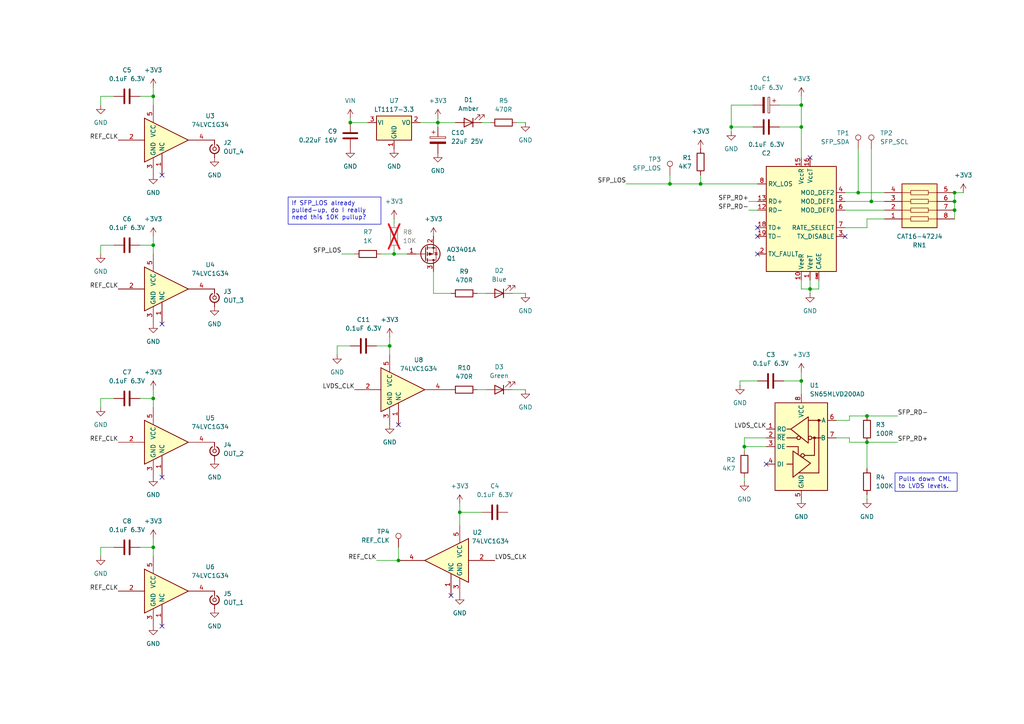
<source format=kicad_sch>
(kicad_sch (version 20250114) (generator "eeschema") (generator_version "9.0")
  (paper "A4")
  (title_block (title "Distribution Amplifier – Project Caroline") (date "2025-04-24") (rev "A") (company "B4CKSP4CE") (comment 1 "CERN-OHL-S") (comment 2 "@heyflo"))
  (lib_symbols
    (symbol "74xGxx:74LVC1G34"
      (property "Reference" "U" (at 0 7.62 0))
      (property "Value" "74LVC1G34" (at 5.08 -7.62 0))
      (symbol "74LVC1G34_0_1"
        (polyline (pts (xy -7.62 6.35) (xy -7.62 -6.35) (xy 5.08 0) (xy -7.62 6.35)) (stroke (width 0.254)) (fill (type background)))
      )
      (symbol "74LVC1G34_1_1"
        (pin input line (at -15.24 0 0) (length 7.62) (name "~") (number "2"))
        (pin power_in line (at -5.08 10.16 270) (length 5.08) (name "VCC") (number "5"))
        (pin power_in line (at -5.08 -10.16 90) (length 5.08) (name "GND") (number "3"))
        (pin free line (at -2.54 -10.16 90) (length 6.35) (name "NC") (number "1"))
        (pin output line (at 12.7 0 180) (length 7.62) (name "~") (number "4"))
      )
    )
    (symbol "BKSP:R_Network_CAT16-472J4" (pin_names (hide yes))
      (property "Reference" "RN" (at 16.51 7.62 0))
      (property "Value" "CAT16-472J4" (at 16.51 5.08 0))
      (symbol "R_Network_CAT16-472J4_0_1"
        (polyline (pts (xy 5.08 0) (xy 7.62 0)))
        (polyline (pts (xy 5.08 -2.54) (xy 7.62 -2.54)))
        (polyline (pts (xy 5.08 -5.08) (xy 7.62 -5.08)))
        (polyline (pts (xy 5.08 -7.62) (xy 7.62 -7.62)))
        (rectangle (start 7.62 0.635) (end 12.7 -0.635))
        (rectangle (start 7.62 -1.905) (end 12.7 -3.175))
        (rectangle (start 7.62 -4.445) (end 12.7 -5.715))
        (rectangle (start 7.62 -6.985) (end 12.7 -8.255))
        (polyline (pts (xy 12.7 0) (xy 15.24 0)))
        (polyline (pts (xy 12.7 -2.54) (xy 15.24 -2.54)))
        (polyline (pts (xy 12.7 -5.08) (xy 15.24 -5.08)))
        (polyline (pts (xy 12.7 -7.62) (xy 15.24 -7.62)))
      )
      (symbol "R_Network_CAT16-472J4_1_1"
        (rectangle (start 5.08 2.54) (end 15.24 -10.16) (stroke (width 0.254)) (fill (type background)))
        (pin passive line (at 0 0 0) (length 5.08) (name "1") (number "1"))
        (pin passive line (at 0 -2.54 0) (length 5.08) (name "2") (number "2"))
        (pin passive line (at 0 -5.08 0) (length 5.08) (name "3") (number "3"))
        (pin passive line (at 0 -7.62 0) (length 5.08) (name "4") (number "4"))
        (pin passive line (at 20.32 0 180) (length 5.08) (name "8") (number "8"))
        (pin passive line (at 20.32 -2.54 180) (length 5.08) (name "7") (number "7"))
        (pin passive line (at 20.32 -5.08 180) (length 5.08) (name "6") (number "6"))
        (pin passive line (at 20.32 -7.62 180) (length 5.08) (name "5") (number "5"))
      )
    )
    (symbol "BKSP:SN65MLVD200AD"
      (property "Reference" "U" (at -7.62 13.97 0))
      (property "Value" "SN65MLVD200AD" (at 1.905 13.97 0))
      (symbol "SN65MLVD200AD_0_1"
        (rectangle (start -7.62 12.7) (end 7.62 -12.7) (stroke (width 0.254)) (fill (type background)))
        (polyline (pts (xy -4.191 2.54) (xy -1.27 2.54)) (stroke (width 0.254)))
        (polyline (pts (xy -4.191 0) (xy -0.889 0) (xy -0.889 -2.286)) (stroke (width 0.254)))
        (polyline (pts (xy -3.175 5.08) (xy -4.191 5.08) (xy -4.064 5.08)) (stroke (width 0.254)))
        (polyline (pts (xy -2.54 -5.08) (xy -4.191 -5.08)) (stroke (width 0.254)))
        (polyline (pts (xy -2.413 -5.08) (xy -2.413 -1.27) (xy 2.667 -4.826) (xy -2.413 -8.89) (xy -2.413 -5.08)) (stroke (width 0.254)))
        (polyline (pts (xy -0.635 -7.62) (xy 5.08 -7.62)) (stroke (width 0.254)))
        (circle (center 0.381 -2.54) (radius 0.508) (stroke (width 0.254)))
        (polyline (pts (xy 0.889 -2.54) (xy 3.81 -2.54)) (stroke (width 0.254)))
        (polyline (pts (xy 2.032 7.62) (xy 5.715 7.62)) (stroke (width 0.254)))
        (polyline (pts (xy 3.048 2.54) (xy 5.715 2.54)) (stroke (width 0.254)))
        (circle (center 3.81 2.54) (radius 0.2794) (stroke (width 0.254)) (fill (type outline)))
        (polyline (pts (xy 3.81 -2.54) (xy 3.81 2.54)) (stroke (width 0.254)))
        (polyline (pts (xy 5.08 -7.62) (xy 5.08 7.62)) (stroke (width 0.254)))
      )
      (symbol "SN65MLVD200AD_1_1"
        (circle (center -0.762 2.54) (radius 0.508) (stroke (width 0.254)))
        (polyline (pts (xy 2.032 4.826) (xy 2.032 8.636) (xy -3.048 5.08) (xy 2.032 1.016) (xy 2.032 4.826)) (stroke (width 0.254)))
        (circle (center 2.54 2.54) (radius 0.508) (stroke (width 0.254)))
        (circle (center 5.08 7.62) (radius 0.2794) (stroke (width 0.254)) (fill (type outline)))
        (pin output line (at -10.16 5.08 0) (length 2.54) (name "RO") (number "1"))
        (pin input line (at -10.16 2.54 0) (length 2.54) (name "~{RE}") (number "2"))
        (pin input line (at -10.16 0 0) (length 2.54) (name "DE") (number "3"))
        (pin input line (at -10.16 -5.08 0) (length 2.54) (name "DI") (number "4"))
        (pin power_in line (at 0 15.24 270) (length 2.54) (name "VCC") (number "8"))
        (pin power_in line (at 0 -15.24 90) (length 2.54) (name "GND") (number "5"))
        (pin bidirectional line (at 10.16 7.62 180) (length 2.54) (name "A") (number "6"))
        (pin bidirectional line (at 10.16 2.54 180) (length 2.54) (name "B") (number "7"))
      )
    )
    (symbol "Connector:Conn_Coaxial_Small" (pin_numbers (hide yes)) (pin_names (offset 1.016) (hide yes))
      (property "Reference" "J" (at 0.254 3.048 0))
      (property "Value" "Conn_Coaxial_Small" (at 0 -3.81 0))
      (symbol "Conn_Coaxial_Small_0_1"
        (polyline (pts (xy -2.54 0) (xy -0.508 0)))
        (circle (center 0 0) (radius 0.508) (stroke (width 0.2032)))
      )
      (symbol "Conn_Coaxial_Small_1_1"
        (arc (start 1.3484 0.0039) (mid 0.327 -1.308) (end -1.1916 -0.6311) (stroke (width 0.3048)))
        (arc (start -1.1916 0.6311) (mid 0.327 1.3081) (end 1.3484 -0.0039) (stroke (width 0.3048)))
        (pin passive line (at -2.54 0 0) (length 1.27) (name "In") (number "1"))
        (pin passive line (at 2.54 0 180) (length 1.27) (name "Ext") (number "2"))
      )
    )
    (symbol "Connector:TestPoint" (pin_numbers (hide yes)) (pin_names (offset 0.762) (hide yes))
      (property "Reference" "TP" (at 0 6.858 0))
      (property "Value" "TestPoint" (at 0 5.08 0))
      (symbol "TestPoint_0_1"
        (circle (center 0 3.302) (radius 0.762))
      )
      (symbol "TestPoint_1_1"
        (pin passive line (at 0 0 90) (length 2.54) (name "1") (number "1"))
      )
    )
    (symbol "Device:C" (pin_numbers (hide yes)) (pin_names (offset 0.254))
      (property "Reference" "C" (at 0.635 2.54 0))
      (property "Value" "C" (at 0.635 -2.54 0))
      (symbol "C_0_1"
        (polyline (pts (xy -2.032 0.762) (xy 2.032 0.762)) (stroke (width 0.508)))
        (polyline (pts (xy -2.032 -0.762) (xy 2.032 -0.762)) (stroke (width 0.508)))
      )
      (symbol "C_1_1"
        (pin passive line (at 0 3.81 270) (length 2.794) (name "~") (number "1"))
        (pin passive line (at 0 -3.81 90) (length 2.794) (name "~") (number "2"))
      )
    )
    (symbol "Device:C_Polarized" (pin_numbers (hide yes)) (pin_names (offset 0.254))
      (property "Reference" "C" (at 0.635 2.54 0))
      (property "Value" "C_Polarized" (at 0.635 -2.54 0))
      (symbol "C_Polarized_0_1"
        (rectangle (start -2.286 0.508) (end 2.286 1.016))
        (polyline (pts (xy -1.778 2.286) (xy -0.762 2.286)))
        (polyline (pts (xy -1.27 2.794) (xy -1.27 1.778)))
        (rectangle (start 2.286 -0.508) (end -2.286 -1.016) (fill (type outline)))
      )
      (symbol "C_Polarized_1_1"
        (pin passive line (at 0 3.81 270) (length 2.794) (name "~") (number "1"))
        (pin passive line (at 0 -3.81 90) (length 2.794) (name "~") (number "2"))
      )
    )
    (symbol "Device:LED" (pin_numbers (hide yes)) (pin_names (offset 1.016) (hide yes))
      (property "Reference" "D" (at 0 2.54 0))
      (property "Value" "LED" (at 0 -2.54 0))
      (symbol "LED_0_1"
        (polyline (pts (xy -3.048 -0.762) (xy -4.572 -2.286) (xy -3.81 -2.286) (xy -4.572 -2.286) (xy -4.572 -1.524)))
        (polyline (pts (xy -1.778 -0.762) (xy -3.302 -2.286) (xy -2.54 -2.286) (xy -3.302 -2.286) (xy -3.302 -1.524)))
        (polyline (pts (xy -1.27 0) (xy 1.27 0)))
        (polyline (pts (xy -1.27 -1.27) (xy -1.27 1.27)) (stroke (width 0.254)))
        (polyline (pts (xy 1.27 -1.27) (xy 1.27 1.27) (xy -1.27 0) (xy 1.27 -1.27)) (stroke (width 0.254)))
      )
      (symbol "LED_1_1"
        (pin passive line (at -3.81 0 0) (length 2.54) (name "K") (number "1"))
        (pin passive line (at 3.81 0 180) (length 2.54) (name "A") (number "2"))
      )
    )
    (symbol "Device:R" (pin_numbers (hide yes)) (pin_names (offset 0))
      (property "Reference" "R" (at 2.032 0 90))
      (property "Value" "R" (at 0 0 90))
      (symbol "R_0_1"
        (rectangle (start -1.016 -2.54) (end 1.016 2.54) (stroke (width 0.254)))
      )
      (symbol "R_1_1"
        (pin passive line (at 0 3.81 270) (length 1.27) (name "~") (number "1"))
        (pin passive line (at 0 -3.81 90) (length 1.27) (name "~") (number "2"))
      )
    )
    (symbol "Interface_Optical:SFP"
      (property "Reference" "J" (at -8.89 16.51 0))
      (property "Value" "SFP" (at 11.43 16.51 0))
      (symbol "SFP_0_0"
        (rectangle (start -10.16 15.24) (end 10.16 -15.24) (stroke (width 0.254)) (fill (type background)))
      )
      (symbol "SFP_1_1"
        (pin bidirectional line (at -12.7 7.62 0) (length 2.54) (name "MOD_DEF2") (number "4"))
        (pin input line (at -12.7 5.08 0) (length 2.54) (name "MOD_DEF1") (number "5"))
        (pin passive line (at -12.7 2.54 0) (length 2.54) (name "MOD_DEF0") (number "6"))
        (pin input line (at -12.7 -2.54 0) (length 2.54) (name "RATE_SELECT") (number "7"))
        (pin input line (at -12.7 -5.08 0) (length 2.54) (name "TX_DISABLE") (number "3"))
        (pin passive line (at -5.08 -17.78 90) (length 2.54) (name "CAGE") (number "CAGE"))
        (pin power_in line (at -2.54 17.78 270) (length 2.54) (name "VccT") (number "16"))
        (pin power_in line (at -2.54 -17.78 90) (length 2.54) (name "VeeT") (number "1"))
        (pin passive line (at -2.54 -17.78 90) (length 2.54) (hide yes) (name "VeeT") (number "17"))
        (pin passive line (at -2.54 -17.78 90) (length 2.54) (hide yes) (name "VeeT") (number "20"))
        (pin power_in line (at 0 17.78 270) (length 2.54) (name "VccR") (number "15"))
        (pin power_in line (at 0 -17.78 90) (length 2.54) (name "VeeR") (number "10"))
        (pin passive line (at 0 -17.78 90) (length 2.54) (hide yes) (name "VeeR") (number "11"))
        (pin passive line (at 0 -17.78 90) (length 2.54) (hide yes) (name "VeeR") (number "14"))
        (pin passive line (at 0 -17.78 90) (length 2.54) (hide yes) (name "VeeR") (number "9"))
        (pin open_collector line (at 12.7 10.16 180) (length 2.54) (name "RX_LOS") (number "8"))
        (pin output line (at 12.7 5.08 180) (length 2.54) (name "RD+") (number "13"))
        (pin output line (at 12.7 2.54 180) (length 2.54) (name "RD-") (number "12"))
        (pin input line (at 12.7 -2.54 180) (length 2.54) (name "TD+") (number "18"))
        (pin input line (at 12.7 -5.08 180) (length 2.54) (name "TD-") (number "19"))
        (pin open_collector line (at 12.7 -10.16 180) (length 2.54) (name "TX_FAULT") (number "2"))
      )
    )
    (symbol "Regulator_Linear:LT1117-3.3" (pin_names (offset 0.254))
      (property "Reference" "U" (at -3.81 3.175 0))
      (property "Value" "LT1117-3.3" (at 0 3.175 0))
      (symbol "LT1117-3.3_0_1"
        (rectangle (start -5.08 -5.08) (end 5.08 1.905) (stroke (width 0.254)) (fill (type background)))
      )
      (symbol "LT1117-3.3_1_1"
        (pin power_in line (at -7.62 0 0) (length 2.54) (name "VI") (number "3"))
        (pin power_in line (at 0 -7.62 90) (length 2.54) (name "GND") (number "1"))
        (pin power_out line (at 7.62 0 180) (length 2.54) (name "VO") (number "2"))
      )
    )
    (symbol "Transistor_FET:AO3401A" (pin_names (hide yes))
      (property "Reference" "Q" (at 5.08 1.905 0))
      (property "Value" "AO3401A" (at 5.08 0 0))
      (symbol "AO3401A_0_1"
        (polyline (pts (xy 0.254 1.905) (xy 0.254 -1.905)) (stroke (width 0.254)))
        (polyline (pts (xy 0.254 0) (xy -2.54 0)))
        (polyline (pts (xy 0.762 2.286) (xy 0.762 1.27)) (stroke (width 0.254)))
        (polyline (pts (xy 0.762 1.778) (xy 3.302 1.778) (xy 3.302 -1.778) (xy 0.762 -1.778)))
        (polyline (pts (xy 0.762 0.508) (xy 0.762 -0.508)) (stroke (width 0.254)))
        (polyline (pts (xy 0.762 -1.27) (xy 0.762 -2.286)) (stroke (width 0.254)))
        (circle (center 1.651 0) (radius 2.794) (stroke (width 0.254)))
        (polyline (pts (xy 2.286 0) (xy 1.27 0.381) (xy 1.27 -0.381) (xy 2.286 0)) (fill (type outline)))
        (polyline (pts (xy 2.54 2.54) (xy 2.54 1.778)))
        (circle (center 2.54 1.778) (radius 0.254) (fill (type outline)))
        (circle (center 2.54 -1.778) (radius 0.254) (fill (type outline)))
        (polyline (pts (xy 2.54 -2.54) (xy 2.54 0) (xy 0.762 0)))
        (polyline (pts (xy 2.794 -0.508) (xy 2.921 -0.381) (xy 3.683 -0.381) (xy 3.81 -0.254)))
        (polyline (pts (xy 3.302 -0.381) (xy 2.921 0.254) (xy 3.683 0.254) (xy 3.302 -0.381)))
      )
      (symbol "AO3401A_1_1"
        (pin input line (at -5.08 0 0) (length 2.54) (name "G") (number "1"))
        (pin passive line (at 2.54 5.08 270) (length 2.54) (name "D") (number "3"))
        (pin passive line (at 2.54 -5.08 90) (length 2.54) (name "S") (number "2"))
      )
    )
    (symbol "power:+3.3V" (power) (pin_numbers (hide yes)) (pin_names (offset 0) (hide yes))
      (property "Value" "+3.3V" (at 0 3.556 0))
      (symbol "+3.3V_0_1"
        (polyline (pts (xy -0.762 1.27) (xy 0 2.54)))
        (polyline (pts (xy 0 2.54) (xy 0.762 1.27)))
        (polyline (pts (xy 0 0) (xy 0 2.54)))
      )
      (symbol "+3.3V_1_1"
        (pin power_in line (at 0 0 90) (length 0) (name "~") (number "1"))
      )
    )
    (symbol "power:+3V3" (power) (pin_numbers (hide yes)) (pin_names (offset 0) (hide yes))
      (property "Value" "+3V3" (at 0 3.556 0))
      (symbol "+3V3_0_1"
        (polyline (pts (xy -0.762 1.27) (xy 0 2.54)))
        (polyline (pts (xy 0 2.54) (xy 0.762 1.27)))
        (polyline (pts (xy 0 0) (xy 0 2.54)))
      )
      (symbol "+3V3_1_1"
        (pin power_in line (at 0 0 90) (length 0) (name "~") (number "1"))
      )
    )
    (symbol "power:GND" (power) (pin_numbers (hide yes)) (pin_names (offset 0) (hide yes))
      (property "Value" "GND" (at 0 -3.81 0))
      (symbol "GND_0_1"
        (polyline (pts (xy 0 0) (xy 0 -1.27) (xy 1.27 -1.27) (xy 0 -2.54) (xy -1.27 -1.27) (xy 0 -1.27)))
      )
      (symbol "GND_1_1"
        (pin power_in line (at 0 0 270) (length 0) (name "~") (number "1"))
      )
    )
    (symbol "power:VAA" (power) (pin_numbers (hide yes)) (pin_names (offset 0) (hide yes))
      (property "Value" "VAA" (at 0 3.556 0))
      (symbol "VAA_0_1"
        (polyline (pts (xy -0.762 1.27) (xy 0 2.54)))
        (polyline (pts (xy 0 2.54) (xy 0.762 1.27)))
        (polyline (pts (xy 0 0) (xy 0 2.54)))
      )
      (symbol "VAA_1_1"
        (pin power_in line (at 0 0 90) (length 0) (name "~") (number "1"))
      )
    )
  )
  (text_box "Pulls down CML to LVDS levels." (at 259.588 137.16 0) (size 18.034 5.334) (margins 0.9525 0.9525 0.9525 0.9525) (effects (font (size 1.27 1.27)) (justify left top)))
  (text_box "If SFP_LOS already pulled-up, do I really need this 10K pullup?" (at 83.566 57.15 0) (size 26.924 7.874) (margins 0.9525 0.9525 0.9525 0.9525) (effects (font (size 1.27 1.27)) (justify left top)))
  (junction (at 114.3 73.66))
  (junction (at 44.45 71.12))
  (junction (at 115.57 162.56))
  (junction (at 101.6 35.56))
  (junction (at 44.45 158.75))
  (junction (at 251.46 120.65))
  (junction (at 276.86 58.42))
  (junction (at 251.46 128.27))
  (junction (at 276.86 60.96))
  (junction (at 234.95 83.82))
  (junction (at 232.41 110.49))
  (junction (at 248.92 55.88))
  (junction (at 127 35.56))
  (junction (at 276.86 55.88))
  (junction (at 232.41 36.83))
  (junction (at 252.73 58.42))
  (junction (at 113.03 100.33))
  (junction (at 44.45 115.57))
  (junction (at 194.31 53.34))
  (junction (at 44.45 27.94))
  (junction (at 212.09 36.83))
  (junction (at 215.9 129.54))
  (junction (at 133.35 148.59))
  (junction (at 232.41 30.48))
  (junction (at 203.2 53.34))
  (no_connect (at 115.57 123.19))
  (no_connect (at 234.95 45.72))
  (no_connect (at 46.99 181.61))
  (no_connect (at 46.99 93.98))
  (no_connect (at 46.99 50.8))
  (no_connect (at 46.99 138.43))
  (no_connect (at 219.71 68.58))
  (no_connect (at 219.71 66.04))
  (no_connect (at 222.25 134.62))
  (no_connect (at 245.11 68.58))
  (no_connect (at 219.71 73.66))
  (no_connect (at 130.81 172.72))
  (wire (pts (xy 133.35 146.05) (xy 133.35 148.59)))
  (wire (pts (xy 33.02 71.12) (xy 29.21 71.12)))
  (wire (pts (xy 217.17 58.42) (xy 219.71 58.42)))
  (wire (pts (xy 248.92 55.88) (xy 256.54 55.88)))
  (wire (pts (xy 40.64 27.94) (xy 44.45 27.94)))
  (wire (pts (xy 276.86 63.5) (xy 276.86 60.96)))
  (wire (pts (xy 251.46 128.27) (xy 246.38 128.27)))
  (wire (pts (xy 44.45 158.75) (xy 44.45 161.29)))
  (wire (pts (xy 127 36.83) (xy 127 35.56)))
  (wire (pts (xy 251.46 120.65) (xy 260.35 120.65)))
  (wire (pts (xy 214.63 110.49) (xy 219.71 110.49)))
  (wire (pts (xy 276.86 58.42) (xy 276.86 60.96)))
  (wire (pts (xy 113.03 97.79) (xy 113.03 100.33)))
  (wire (pts (xy 226.06 36.83) (xy 232.41 36.83)))
  (wire (pts (xy 127 34.29) (xy 127 35.56)))
  (wire (pts (xy 29.21 115.57) (xy 29.21 118.11)))
  (wire (pts (xy 44.45 25.4) (xy 44.45 27.94)))
  (wire (pts (xy 218.44 36.83) (xy 212.09 36.83)))
  (wire (pts (xy 232.41 110.49) (xy 232.41 114.3)))
  (wire (pts (xy 115.57 158.75) (xy 115.57 162.56)))
  (wire (pts (xy 252.73 43.18) (xy 252.73 58.42)))
  (wire (pts (xy 245.11 55.88) (xy 248.92 55.88)))
  (wire (pts (xy 181.61 53.34) (xy 194.31 53.34)))
  (wire (pts (xy 227.33 110.49) (xy 232.41 110.49)))
  (wire (pts (xy 127 35.56) (xy 132.08 35.56)))
  (wire (pts (xy 217.17 60.96) (xy 219.71 60.96)))
  (wire (pts (xy 29.21 158.75) (xy 29.21 161.29)))
  (wire (pts (xy 33.02 158.75) (xy 29.21 158.75)))
  (wire (pts (xy 44.45 156.21) (xy 44.45 158.75)))
  (wire (pts (xy 234.95 83.82) (xy 234.95 85.09)))
  (wire (pts (xy 40.64 158.75) (xy 44.45 158.75)))
  (wire (pts (xy 203.2 53.34) (xy 203.2 50.8)))
  (wire (pts (xy 215.9 129.54) (xy 215.9 130.81)))
  (wire (pts (xy 246.38 120.65) (xy 246.38 121.92)))
  (wire (pts (xy 251.46 66.04) (xy 251.46 63.5)))
  (wire (pts (xy 109.22 100.33) (xy 113.03 100.33)))
  (wire (pts (xy 248.92 43.18) (xy 248.92 55.88)))
  (wire (pts (xy 245.11 60.96) (xy 256.54 60.96)))
  (wire (pts (xy 140.97 113.03) (xy 138.43 113.03)))
  (wire (pts (xy 232.41 30.48) (xy 232.41 27.94)))
  (wire (pts (xy 149.86 35.56) (xy 152.4 35.56)))
  (wire (pts (xy 251.46 63.5) (xy 256.54 63.5)))
  (wire (pts (xy 44.45 71.12) (xy 44.45 73.66)))
  (wire (pts (xy 114.3 72.39) (xy 114.3 73.66)))
  (wire (pts (xy 251.46 128.27) (xy 260.35 128.27)))
  (wire (pts (xy 232.41 81.28) (xy 232.41 83.82)))
  (wire (pts (xy 232.41 83.82) (xy 234.95 83.82)))
  (wire (pts (xy 212.09 30.48) (xy 212.09 36.83)))
  (wire (pts (xy 251.46 144.78) (xy 251.46 143.51)))
  (wire (pts (xy 194.31 50.8) (xy 194.31 53.34)))
  (wire (pts (xy 29.21 27.94) (xy 29.21 30.48)))
  (wire (pts (xy 44.45 113.03) (xy 44.45 115.57)))
  (wire (pts (xy 215.9 127) (xy 215.9 129.54)))
  (wire (pts (xy 215.9 129.54) (xy 222.25 129.54)))
  (wire (pts (xy 44.45 27.94) (xy 44.45 30.48)))
  (wire (pts (xy 226.06 30.48) (xy 232.41 30.48)))
  (wire (pts (xy 237.49 81.28) (xy 237.49 83.82)))
  (wire (pts (xy 125.73 85.09) (xy 130.81 85.09)))
  (wire (pts (xy 125.73 78.74) (xy 125.73 85.09)))
  (wire (pts (xy 133.35 148.59) (xy 139.7 148.59)))
  (wire (pts (xy 246.38 128.27) (xy 246.38 127)))
  (wire (pts (xy 113.03 100.33) (xy 113.03 102.87)))
  (wire (pts (xy 44.45 68.58) (xy 44.45 71.12)))
  (wire (pts (xy 252.73 58.42) (xy 256.54 58.42)))
  (wire (pts (xy 40.64 115.57) (xy 44.45 115.57)))
  (wire (pts (xy 97.79 100.33) (xy 97.79 102.87)))
  (wire (pts (xy 194.31 53.34) (xy 203.2 53.34)))
  (wire (pts (xy 101.6 100.33) (xy 97.79 100.33)))
  (wire (pts (xy 276.86 55.88) (xy 276.86 58.42)))
  (wire (pts (xy 279.4 55.88) (xy 276.86 55.88)))
  (wire (pts (xy 245.11 66.04) (xy 251.46 66.04)))
  (wire (pts (xy 138.43 85.09) (xy 140.97 85.09)))
  (wire (pts (xy 212.09 38.1) (xy 212.09 36.83)))
  (wire (pts (xy 232.41 30.48) (xy 232.41 36.83)))
  (wire (pts (xy 215.9 139.7) (xy 215.9 138.43)))
  (wire (pts (xy 245.11 58.42) (xy 252.73 58.42)))
  (wire (pts (xy 109.22 162.56) (xy 115.57 162.56)))
  (wire (pts (xy 218.44 30.48) (xy 212.09 30.48)))
  (wire (pts (xy 121.92 35.56) (xy 127 35.56)))
  (wire (pts (xy 40.64 71.12) (xy 44.45 71.12)))
  (wire (pts (xy 99.06 73.66) (xy 102.87 73.66)))
  (wire (pts (xy 101.6 34.29) (xy 101.6 35.56)))
  (wire (pts (xy 237.49 83.82) (xy 234.95 83.82)))
  (wire (pts (xy 234.95 81.28) (xy 234.95 83.82)))
  (wire (pts (xy 214.63 111.76) (xy 214.63 110.49)))
  (wire (pts (xy 139.7 35.56) (xy 142.24 35.56)))
  (wire (pts (xy 148.59 85.09) (xy 152.4 85.09)))
  (wire (pts (xy 242.57 127) (xy 246.38 127)))
  (wire (pts (xy 246.38 120.65) (xy 251.46 120.65)))
  (wire (pts (xy 219.71 53.34) (xy 203.2 53.34)))
  (wire (pts (xy 246.38 121.92) (xy 242.57 121.92)))
  (wire (pts (xy 101.6 35.56) (xy 106.68 35.56)))
  (wire (pts (xy 29.21 71.12) (xy 29.21 73.66)))
  (wire (pts (xy 222.25 127) (xy 215.9 127)))
  (wire (pts (xy 232.41 107.95) (xy 232.41 110.49)))
  (wire (pts (xy 232.41 36.83) (xy 232.41 45.72)))
  (wire (pts (xy 33.02 27.94) (xy 29.21 27.94)))
  (wire (pts (xy 152.4 113.03) (xy 148.59 113.03)))
  (wire (pts (xy 133.35 148.59) (xy 133.35 152.4)))
  (wire (pts (xy 110.49 73.66) (xy 114.3 73.66)))
  (wire (pts (xy 114.3 73.66) (xy 118.11 73.66)))
  (wire (pts (xy 114.3 63.5) (xy 114.3 64.77)))
  (wire (pts (xy 251.46 128.27) (xy 251.46 135.89)))
  (wire (pts (xy 44.45 115.57) (xy 44.45 118.11)))
  (wire (pts (xy 33.02 115.57) (xy 29.21 115.57)))
  (label "SFP_RD+" (at 260.35 128.27 0))
  (label "REF_CLK" (at 109.22 162.56 180))
  (label "LVDS_CLK" (at 143.51 162.56 0))
  (label "SFP_LOS" (at 99.06 73.66 180))
  (label "REF_CLK" (at 34.29 40.64 180))
  (label "LVDS_CLK" (at 222.25 124.46 180))
  (label "REF_CLK" (at 34.29 83.82 180))
  (label "SFP_RD+" (at 217.17 58.42 180))
  (label "LVDS_CLK" (at 102.87 113.03 180))
  (label "SFP_LOS" (at 181.61 53.34 180))
  (label "SFP_RD-" (at 217.17 60.96 180))
  (label "REF_CLK" (at 34.29 128.27 180))
  (label "SFP_RD-" (at 260.35 120.65 0))
  (label "REF_CLK" (at 34.29 171.45 180))
  (symbol (lib_id "power:+3.3V") (at 125.73 68.58 0) (unit 1)
    (property "Reference" "#PWR037" (effects (hide yes)))
    (property "Value" "+3V3" (at 125.73 63.5 0))
    (property "Description" "Power symbol creates a global label with name \"+3.3V\"" (effects (hide yes)))
  )
  (symbol (lib_id "power:GND") (at 62.23 176.53 0) (unit 1)
    (property "Reference" "#PWR028" (effects (hide yes)))
    (property "Value" "GND" (at 62.23 181.61 0))
    (property "Description" "Power symbol creates a global label with name \"GND\" , ground" (effects (hide yes)))
  )
  (symbol (lib_id "Device:C") (at 222.25 36.83 270) (unit 1)
    (property "Reference" "C2" (at 222.25 44.45 90))
    (property "Value" "0.1uF 6.3V" (at 222.25 41.91 90))
    (property "Footprint" "Capacitor_SMD:C_0805_2012Metric" (effects (hide yes)))
    (property "Description" "Unpolarized capacitor" (effects (hide yes)))
  )
  (symbol (lib_id "74xGxx:74LVC1G34") (at 49.53 40.64 0) (unit 1)
    (property "Reference" "U3" (at 60.96 33.6139 0))
    (property "Value" "74LVC1G34" (at 60.96 36.1539 0))
    (property "Footprint" "Package_TO_SOT_SMD:SOT-23-5" (effects (hide yes)))
    (property "Datasheet" "https://www.ti.com/lit/ds/symlink/sn74lvc1g34.pdf" (effects (hide yes)))
    (property "Description" "Single Buffer Gate, Low-Voltage CMOS" (effects (hide yes)))
  )
  (symbol (lib_id "Interface_Optical:SFP") (at 232.41 63.5 0) (mirror y) (unit 1)
    (property "Reference" "J1" (effects (hide yes)))
    (property "Value" "SFP" (effects (hide yes)))
    (property "Footprint" "BKSP:Connector_SFP_Cage_NoKeepout" (effects (hide yes)))
    (property "Datasheet" "http://www.10gtek.com/templates/wzten/pdf/INF-8074.pdf" (effects (hide yes)))
    (property "Description" "Connector for Small Form Factor Pluggable (SFP) module, 1 Gbit/s, serial-to-serial data-agnostic optical transceiver" (effects (hide yes)))
  )
  (symbol (lib_id "power:+3.3V") (at 232.41 107.95 0) (unit 1)
    (property "Reference" "#PWR06" (effects (hide yes)))
    (property "Value" "+3V3" (at 232.41 102.87 0))
    (property "Description" "Power symbol creates a global label with name \"+3.3V\"" (effects (hide yes)))
  )
  (symbol (lib_id "Device:LED") (at 135.89 35.56 180) (unit 1)
    (property "Reference" "D1" (at 135.89 28.956 0))
    (property "Value" "Amber" (at 135.89 31.496 0))
    (property "Footprint" "LED_SMD:LED_1206_3216Metric" (effects (hide yes)))
    (property "Description" "Light emitting diode" (effects (hide yes)))
    (property "Sim.Pins" "1=K 2=A" (effects (hide yes)))
  )
  (symbol (lib_id "Connector:Conn_Coaxial_Small") (at 62.23 86.36 90) (mirror x) (unit 1)
    (property "Reference" "J3" (at 64.77 84.5704 90) (effects (justify right)))
    (property "Value" "OUT_3" (at 64.77 87.1104 90) (effects (justify right)))
    (property "Footprint" "Connector_Coaxial:SMA_Amphenol_132203-12_Horizontal" (effects (hide yes)))
    (property "Description" "small coaxial connector (BNC, SMA, SMB, SMC, Cinch/RCA, LEMO, ...)" (effects (hide yes)))
  )
  (symbol (lib_id "Connector:Conn_Coaxial_Small") (at 62.23 173.99 90) (mirror x) (unit 1)
    (property "Reference" "J5" (at 64.77 172.2004 90) (effects (justify right)))
    (property "Value" "OUT_1" (at 64.77 174.7404 90) (effects (justify right)))
    (property "Footprint" "Connector_Coaxial:SMA_Amphenol_132203-12_Horizontal" (effects (hide yes)))
    (property "Description" "small coaxial connector (BNC, SMA, SMB, SMC, Cinch/RCA, LEMO, ...)" (effects (hide yes)))
  )
  (symbol (lib_id "74xGxx:74LVC1G34") (at 128.27 162.56 0) (mirror y) (unit 1)
    (property "Reference" "U2" (at 138.43 154.432 0))
    (property "Value" "74LVC1G34" (at 142.24 156.972 0))
    (property "Footprint" "Package_TO_SOT_SMD:SOT-23-5" (effects (hide yes)))
    (property "Datasheet" "https://www.ti.com/lit/ds/symlink/sn74lvc1g34.pdf" (effects (hide yes)))
    (property "Description" "Single Buffer Gate, Low-Voltage CMOS" (effects (hide yes)))
  )
  (symbol (lib_id "Device:C_Polarized") (at 127 40.64 0) (unit 1)
    (property "Reference" "C10" (at 130.81 38.481 0) (effects (justify left)))
    (property "Value" "22uF 25V" (at 130.81 41.021 0) (effects (justify left)))
    (property "Footprint" "Capacitor_SMD:C_1206_3216Metric" (effects (hide yes)))
    (property "Description" "Polarized capacitor" (effects (hide yes)))
  )
  (symbol (lib_id "power:VAA") (at 101.6 34.29 0) (unit 1)
    (property "Reference" "#PWR029" (effects (hide yes)))
    (property "Value" "VIN" (at 101.6 29.21 0))
  )
  (symbol (lib_id "power:GND") (at 152.4 35.56 0) (unit 1)
    (property "Reference" "#PWR034" (effects (hide yes)))
    (property "Value" "GND" (at 152.4 40.64 0))
    (property "Description" "Power symbol creates a global label with name \"GND\" , ground" (effects (hide yes)))
  )
  (symbol (lib_id "power:+3V3") (at 127 34.29 0) (unit 1)
    (property "Reference" "#PWR032" (effects (hide yes)))
    (property "Value" "+3V3" (at 127 29.21 0))
    (property "Description" "Power symbol creates a global label with name \"+3V3\"" (effects (hide yes)))
  )
  (symbol (lib_id "power:GND") (at 29.21 161.29 0) (unit 1)
    (property "Reference" "#PWR022" (effects (hide yes)))
    (property "Value" "GND" (at 29.21 166.37 0))
    (property "Description" "Power symbol creates a global label with name \"GND\" , ground" (effects (hide yes)))
  )
  (symbol (lib_id "Device:C") (at 36.83 27.94 90) (unit 1)
    (property "Reference" "C5" (at 36.83 20.32 90))
    (property "Value" "0.1uF 6.3V" (at 36.83 22.86 90))
    (property "Footprint" "Capacitor_SMD:C_0805_2012Metric" (effects (hide yes)))
    (property "Description" "Unpolarized capacitor" (effects (hide yes)))
  )
  (symbol (lib_id "Connector:TestPoint") (at 115.57 158.75 0) (mirror y) (unit 1)
    (property "Reference" "TP4" (at 113.03 154.178 0) (effects (justify left)))
    (property "Value" "REF_CLK" (at 113.03 156.718 0) (effects (justify left)))
    (property "Footprint" "TestPoint:TestPoint_Pad_D1.0mm" (effects (hide yes)))
    (property "Description" "test point" (effects (hide yes)))
  )
  (symbol (lib_id "power:GND") (at 29.21 73.66 0) (unit 1)
    (property "Reference" "#PWR017" (effects (hide yes)))
    (property "Value" "GND" (at 29.21 78.74 0))
    (property "Description" "Power symbol creates a global label with name \"GND\" , ground" (effects (hide yes)))
  )
  (symbol (lib_id "power:+3.3V") (at 133.35 146.05 0) (unit 1)
    (property "Reference" "#PWR010" (effects (hide yes)))
    (property "Value" "+3V3" (at 133.35 140.97 0))
    (property "Description" "Power symbol creates a global label with name \"+3.3V\"" (effects (hide yes)))
  )
  (symbol (lib_id "74xGxx:74LVC1G34") (at 118.11 113.03 0) (unit 1)
    (property "Reference" "U8" (at 121.412 104.394 0))
    (property "Value" "74LVC1G34" (at 121.412 106.934 0))
    (property "Footprint" "Package_TO_SOT_SMD:SOT-23-5" (effects (hide yes)))
    (property "Datasheet" "https://www.ti.com/lit/ds/symlink/sn74lvc1g34.pdf" (effects (hide yes)))
    (property "Description" "Single Buffer Gate, Low-Voltage CMOS" (effects (hide yes)))
  )
  (symbol (lib_id "power:+3.3V") (at 44.45 25.4 0) (unit 1)
    (property "Reference" "#PWR014" (effects (hide yes)))
    (property "Value" "+3V3" (at 44.45 20.32 0))
    (property "Description" "Power symbol creates a global label with name \"+3.3V\"" (effects (hide yes)))
  )
  (symbol (lib_id "power:GND") (at 234.95 85.09 0) (unit 1)
    (property "Reference" "#PWR08" (effects (hide yes)))
    (property "Value" "GND" (at 234.95 90.17 0))
    (property "Description" "Power symbol creates a global label with name \"GND\" , ground" (effects (hide yes)))
  )
  (symbol (lib_id "power:GND") (at 62.23 45.72 0) (unit 1)
    (property "Reference" "#PWR016" (effects (hide yes)))
    (property "Value" "GND" (at 62.23 50.8 0))
    (property "Description" "Power symbol creates a global label with name \"GND\" , ground" (effects (hide yes)))
  )
  (symbol (lib_id "BKSP:SN65MLVD200AD") (at 232.41 129.54 0) (unit 1)
    (property "Reference" "U1" (at 234.8563 111.76 0) (effects (justify left)))
    (property "Value" "SN65MLVD200AD" (at 234.8563 114.3 0) (effects (justify left)))
    (property "Footprint" "Package_SO:SOIC-8_3.9x4.9mm_P1.27mm" (effects (hide yes)))
    (property "Datasheet" "https://www.ti.com/lit/ds/symlink/sn65mlvd200a.pdf" (effects (hide yes)))
    (property "Description" "Transceiver Half LVDS, Multipoint 8-SOIC, 3V ~ 3.6V Supply, 100 Mbps" (effects (hide yes)))
  )
  (symbol (lib_id "power:GND") (at 214.63 111.76 0) (mirror y) (unit 1)
    (property "Reference" "#PWR03" (effects (hide yes)))
    (property "Value" "GND" (at 214.63 116.84 0))
    (property "Description" "Power symbol creates a global label with name \"GND\" , ground" (effects (hide yes)))
  )
  (symbol (lib_id "Device:C") (at 101.6 39.37 0) (unit 1)
    (property "Reference" "C9" (at 97.79 38.1 0) (effects (justify right)))
    (property "Value" "0.22uF 16V" (at 97.79 40.64 0) (effects (justify right)))
    (property "Footprint" "Capacitor_SMD:C_0805_2012Metric" (effects (hide yes)))
    (property "Description" "Unpolarized capacitor" (effects (hide yes)))
  )
  (symbol (lib_id "Connector:Conn_Coaxial_Small") (at 62.23 43.18 90) (mirror x) (unit 1)
    (property "Reference" "J2" (at 64.77 41.3904 90) (effects (justify right)))
    (property "Value" "OUT_4" (at 64.77 43.9304 90) (effects (justify right)))
    (property "Footprint" "Connector_Coaxial:SMA_Amphenol_132203-12_Horizontal" (effects (hide yes)))
    (property "Description" "small coaxial connector (BNC, SMA, SMB, SMC, Cinch/RCA, LEMO, ...)" (effects (hide yes)))
  )
  (symbol (lib_id "Regulator_Linear:LT1117-3.3") (at 114.3 35.56 0) (unit 1)
    (property "Reference" "U7" (at 114.3 29.21 0))
    (property "Value" "LT1117-3.3" (at 114.3 31.75 0))
    (property "Footprint" "Package_TO_SOT_SMD:SOT-223-3_TabPin2" (effects (hide yes)))
    (property "Datasheet" "https://www.analog.com/media/en/technical-documentation/data-sheets/1117fd.pdf" (effects (hide yes)))
    (property "Description" "800mA Low-Dropout Linear Regulator, 3.3V fixed output, SOT-223/TO-263" (effects (hide yes)))
  )
  (symbol (lib_id "power:GND") (at 114.3 43.18 0) (unit 1)
    (property "Reference" "#PWR031" (effects (hide yes)))
    (property "Value" "GND" (at 114.3 48.26 0))
    (property "Description" "Power symbol creates a global label with name \"GND\" , ground" (effects (hide yes)))
  )
  (symbol (lib_id "Device:R") (at 251.46 124.46 0) (unit 1)
    (property "Reference" "R3" (at 254 123.19 0) (effects (justify left)))
    (property "Value" "100R" (at 254 125.73 0) (effects (justify left)))
    (property "Footprint" "Resistor_SMD:R_0805_2012Metric" (effects (hide yes)))
    (property "Description" "Resistor" (effects (hide yes)))
  )
  (symbol (lib_id "power:+3.3V") (at 279.4 55.88 0) (unit 1)
    (property "Reference" "#PWR011" (effects (hide yes)))
    (property "Value" "+3V3" (at 279.4 50.8 0))
    (property "Description" "Power symbol creates a global label with name \"+3.3V\"" (effects (hide yes)))
  )
  (symbol (lib_id "74xGxx:74LVC1G34") (at 49.53 83.82 0) (unit 1)
    (property "Reference" "U4" (at 60.96 76.7939 0))
    (property "Value" "74LVC1G34" (at 60.96 79.3339 0))
    (property "Footprint" "Package_TO_SOT_SMD:SOT-23-5" (effects (hide yes)))
    (property "Datasheet" "https://www.ti.com/lit/ds/symlink/sn74lvc1g34.pdf" (effects (hide yes)))
    (property "Description" "Single Buffer Gate, Low-Voltage CMOS" (effects (hide yes)))
  )
  (symbol (lib_id "power:GND") (at 113.03 123.19 0) (unit 1)
    (property "Reference" "#PWR040" (effects (hide yes)))
    (property "Value" "GND" (at 113.03 128.27 0))
    (property "Description" "Power symbol creates a global label with name \"GND\" , ground" (effects (hide yes)))
  )
  (symbol (lib_id "74xGxx:74LVC1G34") (at 49.53 171.45 0) (unit 1)
    (property "Reference" "U6" (at 60.96 164.4239 0))
    (property "Value" "74LVC1G34" (at 60.96 166.9639 0))
    (property "Footprint" "Package_TO_SOT_SMD:SOT-23-5" (effects (hide yes)))
    (property "Datasheet" "https://www.ti.com/lit/ds/symlink/sn74lvc1g34.pdf" (effects (hide yes)))
    (property "Description" "Single Buffer Gate, Low-Voltage CMOS" (effects (hide yes)))
  )
  (symbol (lib_id "power:GND") (at 62.23 88.9 0) (unit 1)
    (property "Reference" "#PWR020" (effects (hide yes)))
    (property "Value" "GND" (at 62.23 93.98 0))
    (property "Description" "Power symbol creates a global label with name \"GND\" , ground" (effects (hide yes)))
  )
  (symbol (lib_id "power:+3.3V") (at 44.45 113.03 0) (unit 1)
    (property "Reference" "#PWR023" (effects (hide yes)))
    (property "Value" "+3V3" (at 44.45 107.95 0))
    (property "Description" "Power symbol creates a global label with name \"+3.3V\"" (effects (hide yes)))
  )
  (symbol (lib_id "power:+3.3V") (at 113.03 97.79 0) (unit 1)
    (property "Reference" "#PWR039" (effects (hide yes)))
    (property "Value" "+3V3" (at 113.03 92.71 0))
    (property "Description" "Power symbol creates a global label with name \"+3.3V\"" (effects (hide yes)))
  )
  (symbol (lib_id "Connector:Conn_Coaxial_Small") (at 62.23 130.81 90) (mirror x) (unit 1)
    (property "Reference" "J4" (at 64.77 129.0204 90) (effects (justify right)))
    (property "Value" "OUT_2" (at 64.77 131.5604 90) (effects (justify right)))
    (property "Footprint" "Connector_Coaxial:SMA_Amphenol_132203-12_Horizontal" (effects (hide yes)))
    (property "Description" "small coaxial connector (BNC, SMA, SMB, SMC, Cinch/RCA, LEMO, ...)" (effects (hide yes)))
  )
  (symbol (lib_id "power:GND") (at 62.23 133.35 0) (unit 1)
    (property "Reference" "#PWR027" (effects (hide yes)))
    (property "Value" "GND" (at 62.23 138.43 0))
    (property "Description" "Power symbol creates a global label with name \"GND\" , ground" (effects (hide yes)))
  )
  (symbol (lib_id "power:GND") (at 251.46 144.78 0) (unit 1)
    (property "Reference" "#PWR09" (effects (hide yes)))
    (property "Value" "GND" (at 251.46 149.86 0))
    (property "Description" "Power symbol creates a global label with name \"GND\" , ground" (effects (hide yes)))
  )
  (symbol (lib_id "Device:R") (at 106.68 73.66 90) (unit 1)
    (property "Reference" "R7" (at 106.68 67.31 90))
    (property "Value" "1K" (at 106.68 69.85 90))
    (property "Footprint" "Resistor_SMD:R_1206_3216Metric" (effects (hide yes)))
    (property "Description" "Resistor" (effects (hide yes)))
  )
  (symbol (lib_id "Device:C_Polarized") (at 222.25 30.48 270) (unit 1)
    (property "Reference" "C1" (at 222.25 22.86 90))
    (property "Value" "10uF 6.3V" (at 222.25 25.4 90))
    (property "Footprint" "Capacitor_SMD:CP_Elec_4x3" (effects (hide yes)))
    (property "Description" "Polarized capacitor" (effects (hide yes)))
  )
  (symbol (lib_id "74xGxx:74LVC1G34") (at 49.53 128.27 0) (unit 1)
    (property "Reference" "U5" (at 60.96 121.2439 0))
    (property "Value" "74LVC1G34" (at 60.96 123.7839 0))
    (property "Footprint" "Package_TO_SOT_SMD:SOT-23-5" (effects (hide yes)))
    (property "Datasheet" "https://www.ti.com/lit/ds/symlink/sn74lvc1g34.pdf" (effects (hide yes)))
    (property "Description" "Single Buffer Gate, Low-Voltage CMOS" (effects (hide yes)))
  )
  (symbol (lib_id "Device:C") (at 36.83 158.75 90) (unit 1)
    (property "Reference" "C8" (at 36.83 151.13 90))
    (property "Value" "0.1uF 6.3V" (at 36.83 153.67 90))
    (property "Footprint" "Capacitor_SMD:C_0805_2012Metric" (effects (hide yes)))
    (property "Description" "Unpolarized capacitor" (effects (hide yes)))
  )
  (symbol (lib_id "Device:C") (at 223.52 110.49 270) (mirror x) (unit 1)
    (property "Reference" "C3" (at 223.52 102.87 90))
    (property "Value" "0.1uF 6.3V" (at 223.52 105.41 90))
    (property "Footprint" "Capacitor_SMD:C_0805_2012Metric" (effects (hide yes)))
    (property "Description" "Unpolarized capacitor" (effects (hide yes)))
  )
  (symbol (lib_id "power:GND") (at 212.09 38.1 0) (mirror y) (unit 1)
    (property "Reference" "#PWR02" (effects (hide yes)))
    (property "Value" "GND" (at 212.09 43.18 0))
    (property "Description" "Power symbol creates a global label with name \"GND\" , ground" (effects (hide yes)))
  )
  (symbol (lib_id "power:GND") (at 127 44.45 0) (unit 1)
    (property "Reference" "#PWR033" (effects (hide yes)))
    (property "Value" "GND" (at 127 49.53 0))
    (property "Description" "Power symbol creates a global label with name \"GND\" , ground" (effects (hide yes)))
  )
  (symbol (lib_id "Device:R") (at 251.46 139.7 0) (unit 1)
    (property "Reference" "R4" (at 254 138.43 0) (effects (justify left)))
    (property "Value" "100K" (at 254 140.97 0) (effects (justify left)))
    (property "Footprint" "Resistor_SMD:R_0805_2012Metric" (effects (hide yes)))
    (property "Description" "Resistor" (effects (hide yes)))
  )
  (symbol (lib_id "Device:C") (at 36.83 71.12 90) (unit 1)
    (property "Reference" "C6" (at 36.83 63.5 90))
    (property "Value" "0.1uF 6.3V" (at 36.83 66.04 90))
    (property "Footprint" "Capacitor_SMD:C_0805_2012Metric" (effects (hide yes)))
    (property "Description" "Unpolarized capacitor" (effects (hide yes)))
  )
  (symbol (lib_id "power:GND") (at 44.45 181.61 0) (unit 1)
    (property "Reference" "#PWR026" (effects (hide yes)))
    (property "Value" "GND" (at 44.45 186.69 0))
    (property "Description" "Power symbol creates a global label with name \"GND\" , ground" (effects (hide yes)))
  )
  (symbol (lib_id "power:+3.3V") (at 232.41 27.94 0) (unit 1)
    (property "Reference" "#PWR05" (effects (hide yes)))
    (property "Value" "+3V3" (at 232.41 22.86 0))
    (property "Description" "Power symbol creates a global label with name \"+3.3V\"" (effects (hide yes)))
  )
  (symbol (lib_id "Transistor_FET:AO3401A") (at 123.19 73.66 0) (mirror x) (unit 1)
    (property "Reference" "Q1" (at 129.54 74.93 0) (effects (justify left)))
    (property "Value" "AO3401A" (at 129.54 72.39 0) (effects (justify left)))
    (property "Footprint" "Package_TO_SOT_SMD:SOT-23" (effects (hide yes)))
    (property "Datasheet" "http://www.aosmd.com/pdfs/datasheet/AO3401A.pdf" (effects (hide yes)))
    (property "Description" "-4.0A Id, -30V Vds, P-Channel MOSFET, SOT-23" (effects (hide yes)))
  )
  (symbol (lib_id "Device:R") (at 114.3 68.58 180) (unit 1) (dnp yes)
    (property "Reference" "R8" (at 116.84 67.31 0) (effects (justify right)))
    (property "Value" "10K" (at 116.84 69.85 0) (effects (justify right)))
    (property "Footprint" "Resistor_SMD:R_0805_2012Metric" (effects (hide yes)))
    (property "Description" "Resistor" (effects (hide yes)))
  )
  (symbol (lib_id "power:GND") (at 29.21 30.48 0) (unit 1)
    (property "Reference" "#PWR015" (effects (hide yes)))
    (property "Value" "GND" (at 29.21 35.56 0))
    (property "Description" "Power symbol creates a global label with name \"GND\" , ground" (effects (hide yes)))
  )
  (symbol (lib_id "Device:R") (at 215.9 134.62 0) (mirror y) (unit 1)
    (property "Reference" "R2" (at 213.36 133.35 0) (effects (justify left)))
    (property "Value" "4K7" (at 213.36 135.89 0) (effects (justify left)))
    (property "Footprint" "Resistor_SMD:R_0805_2012Metric" (effects (hide yes)))
    (property "Description" "Resistor" (effects (hide yes)))
  )
  (symbol (lib_id "power:GND") (at 152.4 85.09 0) (unit 1)
    (property "Reference" "#PWR035" (effects (hide yes)))
    (property "Value" "GND" (at 152.4 90.17 0))
    (property "Description" "Power symbol creates a global label with name \"GND\" , ground" (effects (hide yes)))
  )
  (symbol (lib_id "Connector:TestPoint") (at 194.31 50.8 0) (mirror y) (unit 1)
    (property "Reference" "TP3" (at 191.77 46.228 0) (effects (justify left)))
    (property "Value" "SFP_LOS" (at 191.77 48.768 0) (effects (justify left)))
    (property "Footprint" "TestPoint:TestPoint_Pad_D1.0mm" (effects (hide yes)))
    (property "Description" "test point" (effects (hide yes)))
  )
  (symbol (lib_id "power:GND") (at 97.79 102.87 0) (unit 1)
    (property "Reference" "#PWR038" (effects (hide yes)))
    (property "Value" "GND" (at 97.79 107.95 0))
    (property "Description" "Power symbol creates a global label with name \"GND\" , ground" (effects (hide yes)))
  )
  (symbol (lib_id "power:GND") (at 44.45 50.8 0) (unit 1)
    (property "Reference" "#PWR013" (effects (hide yes)))
    (property "Value" "GND" (at 44.45 55.88 0))
    (property "Description" "Power symbol creates a global label with name \"GND\" , ground" (effects (hide yes)))
  )
  (symbol (lib_id "power:GND") (at 133.35 172.72 0) (unit 1)
    (property "Reference" "#PWR012" (effects (hide yes)))
    (property "Value" "GND" (at 133.35 177.8 0))
    (property "Description" "Power symbol creates a global label with name \"GND\" , ground" (effects (hide yes)))
  )
  (symbol (lib_id "Device:C") (at 143.51 148.59 270) (mirror x) (unit 1)
    (property "Reference" "C4" (at 143.51 140.97 90))
    (property "Value" "0.1uF 6.3V" (at 143.51 143.51 90))
    (property "Footprint" "Capacitor_SMD:C_0805_2012Metric" (effects (hide yes)))
    (property "Description" "Unpolarized capacitor" (effects (hide yes)))
  )
  (symbol (lib_id "Device:LED") (at 144.78 113.03 180) (unit 1)
    (property "Reference" "D3" (at 144.78 106.426 0))
    (property "Value" "Green" (at 144.78 108.966 0))
    (property "Footprint" "LED_SMD:LED_1206_3216Metric" (effects (hide yes)))
    (property "Description" "Light emitting diode" (effects (hide yes)))
    (property "Sim.Pins" "1=K 2=A" (effects (hide yes)))
  )
  (symbol (lib_id "power:GND") (at 29.21 118.11 0) (unit 1)
    (property "Reference" "#PWR021" (effects (hide yes)))
    (property "Value" "GND" (at 29.21 123.19 0))
    (property "Description" "Power symbol creates a global label with name \"GND\" , ground" (effects (hide yes)))
  )
  (symbol (lib_id "Device:C") (at 105.41 100.33 90) (unit 1)
    (property "Reference" "C11" (at 105.41 92.71 90))
    (property "Value" "0.1uF 6.3V" (at 105.41 95.25 90))
    (property "Footprint" "Capacitor_SMD:C_0805_2012Metric" (effects (hide yes)))
    (property "Description" "Unpolarized capacitor" (effects (hide yes)))
  )
  (symbol (lib_id "power:+3.3V") (at 203.2 43.18 0) (unit 1)
    (property "Reference" "#PWR01" (effects (hide yes)))
    (property "Value" "+3V3" (at 203.2 38.1 0))
    (property "Description" "Power symbol creates a global label with name \"+3.3V\"" (effects (hide yes)))
  )
  (symbol (lib_id "Device:R") (at 203.2 46.99 0) (mirror y) (unit 1)
    (property "Reference" "R1" (at 200.66 45.72 0) (effects (justify left)))
    (property "Value" "4K7" (at 200.66 48.26 0) (effects (justify left)))
    (property "Footprint" "Resistor_SMD:R_0805_2012Metric" (effects (hide yes)))
    (property "Description" "Resistor" (effects (hide yes)))
  )
  (symbol (lib_id "Device:R") (at 134.62 113.03 270) (unit 1)
    (property "Reference" "R10" (at 134.62 106.68 90))
    (property "Value" "470R" (at 134.62 109.22 90))
    (property "Footprint" "Resistor_SMD:R_0805_2012Metric" (effects (hide yes)))
    (property "Description" "Resistor" (effects (hide yes)))
  )
  (symbol (lib_id "power:GND") (at 44.45 93.98 0) (unit 1)
    (property "Reference" "#PWR019" (effects (hide yes)))
    (property "Value" "GND" (at 44.45 99.06 0))
    (property "Description" "Power symbol creates a global label with name \"GND\" , ground" (effects (hide yes)))
  )
  (symbol (lib_id "Device:R") (at 146.05 35.56 90) (unit 1)
    (property "Reference" "R5" (at 146.05 29.21 90))
    (property "Value" "470R" (at 146.05 31.75 90))
    (property "Footprint" "Resistor_SMD:R_0805_2012Metric" (effects (hide yes)))
    (property "Description" "Resistor" (effects (hide yes)))
  )
  (symbol (lib_id "power:+3.3V") (at 44.45 68.58 0) (unit 1)
    (property "Reference" "#PWR018" (effects (hide yes)))
    (property "Value" "+3V3" (at 44.45 63.5 0))
    (property "Description" "Power symbol creates a global label with name \"+3.3V\"" (effects (hide yes)))
  )
  (symbol (lib_id "Device:LED") (at 144.78 85.09 180) (unit 1)
    (property "Reference" "D2" (at 144.78 78.486 0))
    (property "Value" "Blue" (at 144.78 81.026 0))
    (property "Footprint" "LED_SMD:LED_1206_3216Metric" (effects (hide yes)))
    (property "Description" "Light emitting diode" (effects (hide yes)))
    (property "Sim.Pins" "1=K 2=A" (effects (hide yes)))
  )
  (symbol (lib_id "BKSP:R_Network_CAT16-472J4") (at 256.54 63.5 0) (mirror x) (unit 1)
    (property "Reference" "RN1" (at 266.7 71.12 0))
    (property "Value" "CAT16-472J4" (at 266.7 68.58 0))
    (property "Footprint" "Resistor_SMD:R_Array_Concave_4x0603" (effects (hide yes)))
    (property "Datasheet" "http://www.bourns.com/docs/Product-Datasheets/cat16-j.pdf" (effects (hide yes)))
    (property "Description" "Resistor Networks & Arrays 4.7K 5% Concave 4resistors" (effects (hide yes)))
    (property "Height" "0.6" (effects (hide yes)))
    (property "Mouser Part Number" "652-CAT16-4.7K" (effects (hide yes)))
    (property "Mouser Price/Stock" "https://www.mouser.co.uk/ProductDetail/Bourns/CAT16-472J4?qs=tbLXno17%252BNThulflU3kerw%3D%3D" (effects (hide yes)))
    (property "Manufacturer_Name" "Bourns" (effects (hide yes)))
    (property "Manufacturer_Part_Number" "CAT16-472J4" (effects (hide yes)))
  )
  (symbol (lib_id "power:GND") (at 232.41 144.78 0) (unit 1)
    (property "Reference" "#PWR07" (effects (hide yes)))
    (property "Value" "GND" (at 232.41 149.86 0))
    (property "Description" "Power symbol creates a global label with name \"GND\" , ground" (effects (hide yes)))
  )
  (symbol (lib_id "Device:R") (at 134.62 85.09 90) (unit 1)
    (property "Reference" "R9" (at 134.62 78.74 90))
    (property "Value" "470R" (at 134.62 81.28 90))
    (property "Footprint" "Resistor_SMD:R_0805_2012Metric" (effects (hide yes)))
    (property "Description" "Resistor" (effects (hide yes)))
  )
  (symbol (lib_id "power:+3.3V") (at 114.3 63.5 0) (unit 1)
    (property "Reference" "#PWR036" (effects (hide yes)))
    (property "Value" "+3V3" (at 114.3 58.42 0))
    (property "Description" "Power symbol creates a global label with name \"+3.3V\"" (effects (hide yes)))
  )
  (symbol (lib_id "power:GND") (at 101.6 43.18 0) (unit 1)
    (property "Reference" "#PWR030" (effects (hide yes)))
    (property "Value" "GND" (at 101.6 48.26 0))
    (property "Description" "Power symbol creates a global label with name \"GND\" , ground" (effects (hide yes)))
  )
  (symbol (lib_id "Device:C") (at 36.83 115.57 90) (unit 1)
    (property "Reference" "C7" (at 36.83 107.95 90))
    (property "Value" "0.1uF 6.3V" (at 36.83 110.49 90))
    (property "Footprint" "Capacitor_SMD:C_0805_2012Metric" (effects (hide yes)))
    (property "Description" "Unpolarized capacitor" (effects (hide yes)))
  )
  (symbol (lib_id "power:+3.3V") (at 44.45 156.21 0) (unit 1)
    (property "Reference" "#PWR025" (effects (hide yes)))
    (property "Value" "+3V3" (at 44.45 151.13 0))
    (property "Description" "Power symbol creates a global label with name \"+3.3V\"" (effects (hide yes)))
  )
  (symbol (lib_id "Connector:TestPoint") (at 248.92 43.18 0) (unit 1)
    (property "Reference" "TP1" (at 246.38 38.608 0) (effects (justify right)))
    (property "Value" "SFP_SDA" (at 246.38 41.148 0) (effects (justify right)))
    (property "Footprint" "TestPoint:TestPoint_Pad_1.0x1.0mm" (effects (hide yes)))
    (property "Description" "test point" (effects (hide yes)))
  )
  (symbol (lib_id "power:GND") (at 44.45 138.43 0) (unit 1)
    (property "Reference" "#PWR024" (effects (hide yes)))
    (property "Value" "GND" (at 44.45 143.51 0))
    (property "Description" "Power symbol creates a global label with name \"GND\" , ground" (effects (hide yes)))
  )
  (symbol (lib_id "power:GND") (at 152.4 113.03 0) (unit 1)
    (property "Reference" "#PWR041" (effects (hide yes)))
    (property "Value" "GND" (at 152.4 118.11 0))
    (property "Description" "Power symbol creates a global label with name \"GND\" , ground" (effects (hide yes)))
  )
  (symbol (lib_id "Connector:TestPoint") (at 252.73 43.18 0) (unit 1)
    (property "Reference" "TP2" (at 255.27 38.608 0) (effects (justify left)))
    (property "Value" "SFP_SCL" (at 255.27 41.148 0) (effects (justify left)))
    (property "Footprint" "TestPoint:TestPoint_Pad_D1.0mm" (effects (hide yes)))
    (property "Description" "test point" (effects (hide yes)))
  )
  (symbol (lib_id "power:GND") (at 215.9 139.7 0) (unit 1)
    (property "Reference" "#PWR04" (effects (hide yes)))
    (property "Value" "GND" (at 215.9 144.78 0))
    (property "Description" "Power symbol creates a global label with name \"GND\" , ground" (effects (hide yes)))
  )
)
</source>
